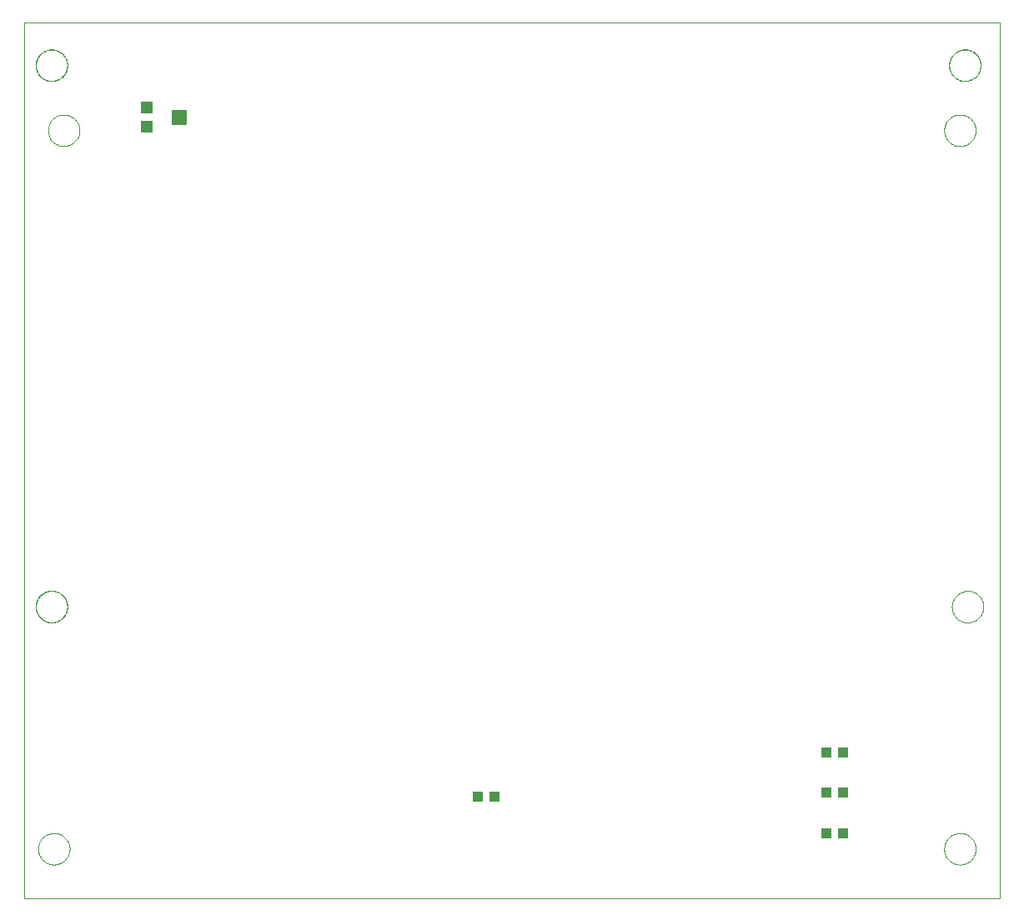
<source format=gbp>
G75*
%MOIN*%
%OFA0B0*%
%FSLAX24Y24*%
%IPPOS*%
%LPD*%
%AMOC8*
5,1,8,0,0,1.08239X$1,22.5*
%
%ADD10C,0.0000*%
%ADD11R,0.0394X0.0433*%
%ADD12R,0.0472X0.0472*%
%ADD13R,0.0591X0.0630*%
D10*
X000394Y000139D02*
X000394Y035179D01*
X039370Y035179D01*
X039370Y000139D01*
X000394Y000139D01*
X000945Y002108D02*
X000947Y002158D01*
X000953Y002208D01*
X000963Y002257D01*
X000977Y002305D01*
X000994Y002352D01*
X001015Y002397D01*
X001040Y002441D01*
X001068Y002482D01*
X001100Y002521D01*
X001134Y002558D01*
X001171Y002592D01*
X001211Y002622D01*
X001253Y002649D01*
X001297Y002673D01*
X001343Y002694D01*
X001390Y002710D01*
X001438Y002723D01*
X001488Y002732D01*
X001537Y002737D01*
X001588Y002738D01*
X001638Y002735D01*
X001687Y002728D01*
X001736Y002717D01*
X001784Y002702D01*
X001830Y002684D01*
X001875Y002662D01*
X001918Y002636D01*
X001959Y002607D01*
X001998Y002575D01*
X002034Y002540D01*
X002066Y002502D01*
X002096Y002462D01*
X002123Y002419D01*
X002146Y002375D01*
X002165Y002329D01*
X002181Y002281D01*
X002193Y002232D01*
X002201Y002183D01*
X002205Y002133D01*
X002205Y002083D01*
X002201Y002033D01*
X002193Y001984D01*
X002181Y001935D01*
X002165Y001887D01*
X002146Y001841D01*
X002123Y001797D01*
X002096Y001754D01*
X002066Y001714D01*
X002034Y001676D01*
X001998Y001641D01*
X001959Y001609D01*
X001918Y001580D01*
X001875Y001554D01*
X001830Y001532D01*
X001784Y001514D01*
X001736Y001499D01*
X001687Y001488D01*
X001638Y001481D01*
X001588Y001478D01*
X001537Y001479D01*
X001488Y001484D01*
X001438Y001493D01*
X001390Y001506D01*
X001343Y001522D01*
X001297Y001543D01*
X001253Y001567D01*
X001211Y001594D01*
X001171Y001624D01*
X001134Y001658D01*
X001100Y001695D01*
X001068Y001734D01*
X001040Y001775D01*
X001015Y001819D01*
X000994Y001864D01*
X000977Y001911D01*
X000963Y001959D01*
X000953Y002008D01*
X000947Y002058D01*
X000945Y002108D01*
X000854Y011793D02*
X000856Y011843D01*
X000862Y011893D01*
X000872Y011942D01*
X000886Y011990D01*
X000903Y012037D01*
X000924Y012082D01*
X000949Y012126D01*
X000977Y012167D01*
X001009Y012206D01*
X001043Y012243D01*
X001080Y012277D01*
X001120Y012307D01*
X001162Y012334D01*
X001206Y012358D01*
X001252Y012379D01*
X001299Y012395D01*
X001347Y012408D01*
X001397Y012417D01*
X001446Y012422D01*
X001497Y012423D01*
X001547Y012420D01*
X001596Y012413D01*
X001645Y012402D01*
X001693Y012387D01*
X001739Y012369D01*
X001784Y012347D01*
X001827Y012321D01*
X001868Y012292D01*
X001907Y012260D01*
X001943Y012225D01*
X001975Y012187D01*
X002005Y012147D01*
X002032Y012104D01*
X002055Y012060D01*
X002074Y012014D01*
X002090Y011966D01*
X002102Y011917D01*
X002110Y011868D01*
X002114Y011818D01*
X002114Y011768D01*
X002110Y011718D01*
X002102Y011669D01*
X002090Y011620D01*
X002074Y011572D01*
X002055Y011526D01*
X002032Y011482D01*
X002005Y011439D01*
X001975Y011399D01*
X001943Y011361D01*
X001907Y011326D01*
X001868Y011294D01*
X001827Y011265D01*
X001784Y011239D01*
X001739Y011217D01*
X001693Y011199D01*
X001645Y011184D01*
X001596Y011173D01*
X001547Y011166D01*
X001497Y011163D01*
X001446Y011164D01*
X001397Y011169D01*
X001347Y011178D01*
X001299Y011191D01*
X001252Y011207D01*
X001206Y011228D01*
X001162Y011252D01*
X001120Y011279D01*
X001080Y011309D01*
X001043Y011343D01*
X001009Y011380D01*
X000977Y011419D01*
X000949Y011460D01*
X000924Y011504D01*
X000903Y011549D01*
X000886Y011596D01*
X000872Y011644D01*
X000862Y011693D01*
X000856Y011743D01*
X000854Y011793D01*
X000846Y011803D02*
X000848Y011853D01*
X000854Y011903D01*
X000864Y011952D01*
X000878Y012000D01*
X000895Y012047D01*
X000916Y012092D01*
X000941Y012136D01*
X000969Y012177D01*
X001001Y012216D01*
X001035Y012253D01*
X001072Y012287D01*
X001112Y012317D01*
X001154Y012344D01*
X001198Y012368D01*
X001244Y012389D01*
X001291Y012405D01*
X001339Y012418D01*
X001389Y012427D01*
X001438Y012432D01*
X001489Y012433D01*
X001539Y012430D01*
X001588Y012423D01*
X001637Y012412D01*
X001685Y012397D01*
X001731Y012379D01*
X001776Y012357D01*
X001819Y012331D01*
X001860Y012302D01*
X001899Y012270D01*
X001935Y012235D01*
X001967Y012197D01*
X001997Y012157D01*
X002024Y012114D01*
X002047Y012070D01*
X002066Y012024D01*
X002082Y011976D01*
X002094Y011927D01*
X002102Y011878D01*
X002106Y011828D01*
X002106Y011778D01*
X002102Y011728D01*
X002094Y011679D01*
X002082Y011630D01*
X002066Y011582D01*
X002047Y011536D01*
X002024Y011492D01*
X001997Y011449D01*
X001967Y011409D01*
X001935Y011371D01*
X001899Y011336D01*
X001860Y011304D01*
X001819Y011275D01*
X001776Y011249D01*
X001731Y011227D01*
X001685Y011209D01*
X001637Y011194D01*
X001588Y011183D01*
X001539Y011176D01*
X001489Y011173D01*
X001438Y011174D01*
X001389Y011179D01*
X001339Y011188D01*
X001291Y011201D01*
X001244Y011217D01*
X001198Y011238D01*
X001154Y011262D01*
X001112Y011289D01*
X001072Y011319D01*
X001035Y011353D01*
X001001Y011390D01*
X000969Y011429D01*
X000941Y011470D01*
X000916Y011514D01*
X000895Y011559D01*
X000878Y011606D01*
X000864Y011654D01*
X000854Y011703D01*
X000848Y011753D01*
X000846Y011803D01*
X001339Y030848D02*
X001341Y030898D01*
X001347Y030948D01*
X001357Y030997D01*
X001371Y031045D01*
X001388Y031092D01*
X001409Y031137D01*
X001434Y031181D01*
X001462Y031222D01*
X001494Y031261D01*
X001528Y031298D01*
X001565Y031332D01*
X001605Y031362D01*
X001647Y031389D01*
X001691Y031413D01*
X001737Y031434D01*
X001784Y031450D01*
X001832Y031463D01*
X001882Y031472D01*
X001931Y031477D01*
X001982Y031478D01*
X002032Y031475D01*
X002081Y031468D01*
X002130Y031457D01*
X002178Y031442D01*
X002224Y031424D01*
X002269Y031402D01*
X002312Y031376D01*
X002353Y031347D01*
X002392Y031315D01*
X002428Y031280D01*
X002460Y031242D01*
X002490Y031202D01*
X002517Y031159D01*
X002540Y031115D01*
X002559Y031069D01*
X002575Y031021D01*
X002587Y030972D01*
X002595Y030923D01*
X002599Y030873D01*
X002599Y030823D01*
X002595Y030773D01*
X002587Y030724D01*
X002575Y030675D01*
X002559Y030627D01*
X002540Y030581D01*
X002517Y030537D01*
X002490Y030494D01*
X002460Y030454D01*
X002428Y030416D01*
X002392Y030381D01*
X002353Y030349D01*
X002312Y030320D01*
X002269Y030294D01*
X002224Y030272D01*
X002178Y030254D01*
X002130Y030239D01*
X002081Y030228D01*
X002032Y030221D01*
X001982Y030218D01*
X001931Y030219D01*
X001882Y030224D01*
X001832Y030233D01*
X001784Y030246D01*
X001737Y030262D01*
X001691Y030283D01*
X001647Y030307D01*
X001605Y030334D01*
X001565Y030364D01*
X001528Y030398D01*
X001494Y030435D01*
X001462Y030474D01*
X001434Y030515D01*
X001409Y030559D01*
X001388Y030604D01*
X001371Y030651D01*
X001357Y030699D01*
X001347Y030748D01*
X001341Y030798D01*
X001339Y030848D01*
X000854Y033446D02*
X000856Y033496D01*
X000862Y033546D01*
X000872Y033595D01*
X000886Y033643D01*
X000903Y033690D01*
X000924Y033735D01*
X000949Y033779D01*
X000977Y033820D01*
X001009Y033859D01*
X001043Y033896D01*
X001080Y033930D01*
X001120Y033960D01*
X001162Y033987D01*
X001206Y034011D01*
X001252Y034032D01*
X001299Y034048D01*
X001347Y034061D01*
X001397Y034070D01*
X001446Y034075D01*
X001497Y034076D01*
X001547Y034073D01*
X001596Y034066D01*
X001645Y034055D01*
X001693Y034040D01*
X001739Y034022D01*
X001784Y034000D01*
X001827Y033974D01*
X001868Y033945D01*
X001907Y033913D01*
X001943Y033878D01*
X001975Y033840D01*
X002005Y033800D01*
X002032Y033757D01*
X002055Y033713D01*
X002074Y033667D01*
X002090Y033619D01*
X002102Y033570D01*
X002110Y033521D01*
X002114Y033471D01*
X002114Y033421D01*
X002110Y033371D01*
X002102Y033322D01*
X002090Y033273D01*
X002074Y033225D01*
X002055Y033179D01*
X002032Y033135D01*
X002005Y033092D01*
X001975Y033052D01*
X001943Y033014D01*
X001907Y032979D01*
X001868Y032947D01*
X001827Y032918D01*
X001784Y032892D01*
X001739Y032870D01*
X001693Y032852D01*
X001645Y032837D01*
X001596Y032826D01*
X001547Y032819D01*
X001497Y032816D01*
X001446Y032817D01*
X001397Y032822D01*
X001347Y032831D01*
X001299Y032844D01*
X001252Y032860D01*
X001206Y032881D01*
X001162Y032905D01*
X001120Y032932D01*
X001080Y032962D01*
X001043Y032996D01*
X001009Y033033D01*
X000977Y033072D01*
X000949Y033113D01*
X000924Y033157D01*
X000903Y033202D01*
X000886Y033249D01*
X000872Y033297D01*
X000862Y033346D01*
X000856Y033396D01*
X000854Y033446D01*
X000846Y033456D02*
X000848Y033506D01*
X000854Y033556D01*
X000864Y033605D01*
X000878Y033653D01*
X000895Y033700D01*
X000916Y033745D01*
X000941Y033789D01*
X000969Y033830D01*
X001001Y033869D01*
X001035Y033906D01*
X001072Y033940D01*
X001112Y033970D01*
X001154Y033997D01*
X001198Y034021D01*
X001244Y034042D01*
X001291Y034058D01*
X001339Y034071D01*
X001389Y034080D01*
X001438Y034085D01*
X001489Y034086D01*
X001539Y034083D01*
X001588Y034076D01*
X001637Y034065D01*
X001685Y034050D01*
X001731Y034032D01*
X001776Y034010D01*
X001819Y033984D01*
X001860Y033955D01*
X001899Y033923D01*
X001935Y033888D01*
X001967Y033850D01*
X001997Y033810D01*
X002024Y033767D01*
X002047Y033723D01*
X002066Y033677D01*
X002082Y033629D01*
X002094Y033580D01*
X002102Y033531D01*
X002106Y033481D01*
X002106Y033431D01*
X002102Y033381D01*
X002094Y033332D01*
X002082Y033283D01*
X002066Y033235D01*
X002047Y033189D01*
X002024Y033145D01*
X001997Y033102D01*
X001967Y033062D01*
X001935Y033024D01*
X001899Y032989D01*
X001860Y032957D01*
X001819Y032928D01*
X001776Y032902D01*
X001731Y032880D01*
X001685Y032862D01*
X001637Y032847D01*
X001588Y032836D01*
X001539Y032829D01*
X001489Y032826D01*
X001438Y032827D01*
X001389Y032832D01*
X001339Y032841D01*
X001291Y032854D01*
X001244Y032870D01*
X001198Y032891D01*
X001154Y032915D01*
X001112Y032942D01*
X001072Y032972D01*
X001035Y033006D01*
X001001Y033043D01*
X000969Y033082D01*
X000941Y033123D01*
X000916Y033167D01*
X000895Y033212D01*
X000878Y033259D01*
X000864Y033307D01*
X000854Y033356D01*
X000848Y033406D01*
X000846Y033456D01*
X037165Y030848D02*
X037167Y030898D01*
X037173Y030948D01*
X037183Y030997D01*
X037197Y031045D01*
X037214Y031092D01*
X037235Y031137D01*
X037260Y031181D01*
X037288Y031222D01*
X037320Y031261D01*
X037354Y031298D01*
X037391Y031332D01*
X037431Y031362D01*
X037473Y031389D01*
X037517Y031413D01*
X037563Y031434D01*
X037610Y031450D01*
X037658Y031463D01*
X037708Y031472D01*
X037757Y031477D01*
X037808Y031478D01*
X037858Y031475D01*
X037907Y031468D01*
X037956Y031457D01*
X038004Y031442D01*
X038050Y031424D01*
X038095Y031402D01*
X038138Y031376D01*
X038179Y031347D01*
X038218Y031315D01*
X038254Y031280D01*
X038286Y031242D01*
X038316Y031202D01*
X038343Y031159D01*
X038366Y031115D01*
X038385Y031069D01*
X038401Y031021D01*
X038413Y030972D01*
X038421Y030923D01*
X038425Y030873D01*
X038425Y030823D01*
X038421Y030773D01*
X038413Y030724D01*
X038401Y030675D01*
X038385Y030627D01*
X038366Y030581D01*
X038343Y030537D01*
X038316Y030494D01*
X038286Y030454D01*
X038254Y030416D01*
X038218Y030381D01*
X038179Y030349D01*
X038138Y030320D01*
X038095Y030294D01*
X038050Y030272D01*
X038004Y030254D01*
X037956Y030239D01*
X037907Y030228D01*
X037858Y030221D01*
X037808Y030218D01*
X037757Y030219D01*
X037708Y030224D01*
X037658Y030233D01*
X037610Y030246D01*
X037563Y030262D01*
X037517Y030283D01*
X037473Y030307D01*
X037431Y030334D01*
X037391Y030364D01*
X037354Y030398D01*
X037320Y030435D01*
X037288Y030474D01*
X037260Y030515D01*
X037235Y030559D01*
X037214Y030604D01*
X037197Y030651D01*
X037183Y030699D01*
X037173Y030748D01*
X037167Y030798D01*
X037165Y030848D01*
X037354Y033446D02*
X037356Y033496D01*
X037362Y033546D01*
X037372Y033595D01*
X037386Y033643D01*
X037403Y033690D01*
X037424Y033735D01*
X037449Y033779D01*
X037477Y033820D01*
X037509Y033859D01*
X037543Y033896D01*
X037580Y033930D01*
X037620Y033960D01*
X037662Y033987D01*
X037706Y034011D01*
X037752Y034032D01*
X037799Y034048D01*
X037847Y034061D01*
X037897Y034070D01*
X037946Y034075D01*
X037997Y034076D01*
X038047Y034073D01*
X038096Y034066D01*
X038145Y034055D01*
X038193Y034040D01*
X038239Y034022D01*
X038284Y034000D01*
X038327Y033974D01*
X038368Y033945D01*
X038407Y033913D01*
X038443Y033878D01*
X038475Y033840D01*
X038505Y033800D01*
X038532Y033757D01*
X038555Y033713D01*
X038574Y033667D01*
X038590Y033619D01*
X038602Y033570D01*
X038610Y033521D01*
X038614Y033471D01*
X038614Y033421D01*
X038610Y033371D01*
X038602Y033322D01*
X038590Y033273D01*
X038574Y033225D01*
X038555Y033179D01*
X038532Y033135D01*
X038505Y033092D01*
X038475Y033052D01*
X038443Y033014D01*
X038407Y032979D01*
X038368Y032947D01*
X038327Y032918D01*
X038284Y032892D01*
X038239Y032870D01*
X038193Y032852D01*
X038145Y032837D01*
X038096Y032826D01*
X038047Y032819D01*
X037997Y032816D01*
X037946Y032817D01*
X037897Y032822D01*
X037847Y032831D01*
X037799Y032844D01*
X037752Y032860D01*
X037706Y032881D01*
X037662Y032905D01*
X037620Y032932D01*
X037580Y032962D01*
X037543Y032996D01*
X037509Y033033D01*
X037477Y033072D01*
X037449Y033113D01*
X037424Y033157D01*
X037403Y033202D01*
X037386Y033249D01*
X037372Y033297D01*
X037362Y033346D01*
X037356Y033396D01*
X037354Y033446D01*
X037362Y033456D02*
X037364Y033506D01*
X037370Y033556D01*
X037380Y033605D01*
X037394Y033653D01*
X037411Y033700D01*
X037432Y033745D01*
X037457Y033789D01*
X037485Y033830D01*
X037517Y033869D01*
X037551Y033906D01*
X037588Y033940D01*
X037628Y033970D01*
X037670Y033997D01*
X037714Y034021D01*
X037760Y034042D01*
X037807Y034058D01*
X037855Y034071D01*
X037905Y034080D01*
X037954Y034085D01*
X038005Y034086D01*
X038055Y034083D01*
X038104Y034076D01*
X038153Y034065D01*
X038201Y034050D01*
X038247Y034032D01*
X038292Y034010D01*
X038335Y033984D01*
X038376Y033955D01*
X038415Y033923D01*
X038451Y033888D01*
X038483Y033850D01*
X038513Y033810D01*
X038540Y033767D01*
X038563Y033723D01*
X038582Y033677D01*
X038598Y033629D01*
X038610Y033580D01*
X038618Y033531D01*
X038622Y033481D01*
X038622Y033431D01*
X038618Y033381D01*
X038610Y033332D01*
X038598Y033283D01*
X038582Y033235D01*
X038563Y033189D01*
X038540Y033145D01*
X038513Y033102D01*
X038483Y033062D01*
X038451Y033024D01*
X038415Y032989D01*
X038376Y032957D01*
X038335Y032928D01*
X038292Y032902D01*
X038247Y032880D01*
X038201Y032862D01*
X038153Y032847D01*
X038104Y032836D01*
X038055Y032829D01*
X038005Y032826D01*
X037954Y032827D01*
X037905Y032832D01*
X037855Y032841D01*
X037807Y032854D01*
X037760Y032870D01*
X037714Y032891D01*
X037670Y032915D01*
X037628Y032942D01*
X037588Y032972D01*
X037551Y033006D01*
X037517Y033043D01*
X037485Y033082D01*
X037457Y033123D01*
X037432Y033167D01*
X037411Y033212D01*
X037394Y033259D01*
X037380Y033307D01*
X037370Y033356D01*
X037364Y033406D01*
X037362Y033456D01*
X037468Y011793D02*
X037470Y011843D01*
X037476Y011893D01*
X037486Y011942D01*
X037500Y011990D01*
X037517Y012037D01*
X037538Y012082D01*
X037563Y012126D01*
X037591Y012167D01*
X037623Y012206D01*
X037657Y012243D01*
X037694Y012277D01*
X037734Y012307D01*
X037776Y012334D01*
X037820Y012358D01*
X037866Y012379D01*
X037913Y012395D01*
X037961Y012408D01*
X038011Y012417D01*
X038060Y012422D01*
X038111Y012423D01*
X038161Y012420D01*
X038210Y012413D01*
X038259Y012402D01*
X038307Y012387D01*
X038353Y012369D01*
X038398Y012347D01*
X038441Y012321D01*
X038482Y012292D01*
X038521Y012260D01*
X038557Y012225D01*
X038589Y012187D01*
X038619Y012147D01*
X038646Y012104D01*
X038669Y012060D01*
X038688Y012014D01*
X038704Y011966D01*
X038716Y011917D01*
X038724Y011868D01*
X038728Y011818D01*
X038728Y011768D01*
X038724Y011718D01*
X038716Y011669D01*
X038704Y011620D01*
X038688Y011572D01*
X038669Y011526D01*
X038646Y011482D01*
X038619Y011439D01*
X038589Y011399D01*
X038557Y011361D01*
X038521Y011326D01*
X038482Y011294D01*
X038441Y011265D01*
X038398Y011239D01*
X038353Y011217D01*
X038307Y011199D01*
X038259Y011184D01*
X038210Y011173D01*
X038161Y011166D01*
X038111Y011163D01*
X038060Y011164D01*
X038011Y011169D01*
X037961Y011178D01*
X037913Y011191D01*
X037866Y011207D01*
X037820Y011228D01*
X037776Y011252D01*
X037734Y011279D01*
X037694Y011309D01*
X037657Y011343D01*
X037623Y011380D01*
X037591Y011419D01*
X037563Y011460D01*
X037538Y011504D01*
X037517Y011549D01*
X037500Y011596D01*
X037486Y011644D01*
X037476Y011693D01*
X037470Y011743D01*
X037468Y011793D01*
X037165Y002108D02*
X037167Y002158D01*
X037173Y002208D01*
X037183Y002257D01*
X037197Y002305D01*
X037214Y002352D01*
X037235Y002397D01*
X037260Y002441D01*
X037288Y002482D01*
X037320Y002521D01*
X037354Y002558D01*
X037391Y002592D01*
X037431Y002622D01*
X037473Y002649D01*
X037517Y002673D01*
X037563Y002694D01*
X037610Y002710D01*
X037658Y002723D01*
X037708Y002732D01*
X037757Y002737D01*
X037808Y002738D01*
X037858Y002735D01*
X037907Y002728D01*
X037956Y002717D01*
X038004Y002702D01*
X038050Y002684D01*
X038095Y002662D01*
X038138Y002636D01*
X038179Y002607D01*
X038218Y002575D01*
X038254Y002540D01*
X038286Y002502D01*
X038316Y002462D01*
X038343Y002419D01*
X038366Y002375D01*
X038385Y002329D01*
X038401Y002281D01*
X038413Y002232D01*
X038421Y002183D01*
X038425Y002133D01*
X038425Y002083D01*
X038421Y002033D01*
X038413Y001984D01*
X038401Y001935D01*
X038385Y001887D01*
X038366Y001841D01*
X038343Y001797D01*
X038316Y001754D01*
X038286Y001714D01*
X038254Y001676D01*
X038218Y001641D01*
X038179Y001609D01*
X038138Y001580D01*
X038095Y001554D01*
X038050Y001532D01*
X038004Y001514D01*
X037956Y001499D01*
X037907Y001488D01*
X037858Y001481D01*
X037808Y001478D01*
X037757Y001479D01*
X037708Y001484D01*
X037658Y001493D01*
X037610Y001506D01*
X037563Y001522D01*
X037517Y001543D01*
X037473Y001567D01*
X037431Y001594D01*
X037391Y001624D01*
X037354Y001658D01*
X037320Y001695D01*
X037288Y001734D01*
X037260Y001775D01*
X037235Y001819D01*
X037214Y001864D01*
X037197Y001911D01*
X037183Y001959D01*
X037173Y002008D01*
X037167Y002058D01*
X037165Y002108D01*
D11*
X033110Y002726D03*
X032441Y002726D03*
X032441Y004376D03*
X033110Y004376D03*
X033110Y005966D03*
X032441Y005966D03*
X019195Y004210D03*
X018526Y004210D03*
D12*
X005290Y030981D03*
X005290Y031768D03*
D13*
X006570Y031374D03*
M02*

</source>
